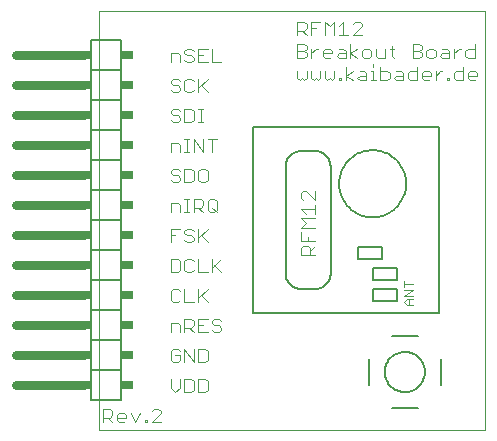
<source format=gto>
G75*
G70*
%OFA0B0*%
%FSLAX24Y24*%
%IPPOS*%
%LPD*%
%AMOC8*
5,1,8,0,0,1.08239X$1,22.5*
%
%ADD10C,0.0000*%
%ADD11C,0.0040*%
%ADD12C,0.0080*%
%ADD13C,0.0060*%
%ADD14C,0.0300*%
%ADD15R,0.0200X0.0300*%
%ADD16R,0.0400X0.0300*%
%ADD17C,0.0050*%
%ADD18C,0.0030*%
D10*
X003000Y002008D02*
X003000Y016004D01*
X015870Y016004D01*
X015870Y002008D01*
X003000Y002008D01*
D11*
X003145Y002278D02*
X003145Y002738D01*
X003375Y002738D01*
X003452Y002661D01*
X003452Y002508D01*
X003375Y002431D01*
X003145Y002431D01*
X003298Y002431D02*
X003452Y002278D01*
X003605Y002354D02*
X003605Y002508D01*
X003682Y002584D01*
X003836Y002584D01*
X003912Y002508D01*
X003912Y002431D01*
X003605Y002431D01*
X003605Y002354D02*
X003682Y002278D01*
X003836Y002278D01*
X004066Y002584D02*
X004219Y002278D01*
X004373Y002584D01*
X004526Y002354D02*
X004603Y002354D01*
X004603Y002278D01*
X004526Y002278D01*
X004526Y002354D01*
X004756Y002278D02*
X005063Y002584D01*
X005063Y002661D01*
X004987Y002738D01*
X004833Y002738D01*
X004756Y002661D01*
X004756Y002278D02*
X005063Y002278D01*
X005548Y003278D02*
X005702Y003431D01*
X005702Y003738D01*
X005855Y003738D02*
X006086Y003738D01*
X006162Y003661D01*
X006162Y003354D01*
X006086Y003278D01*
X005855Y003278D01*
X005855Y003738D01*
X005395Y003738D02*
X005395Y003431D01*
X005548Y003278D01*
X006316Y003278D02*
X006546Y003278D01*
X006623Y003354D01*
X006623Y003661D01*
X006546Y003738D01*
X006316Y003738D01*
X006316Y003278D01*
X006316Y004278D02*
X006546Y004278D01*
X006623Y004354D01*
X006623Y004661D01*
X006546Y004738D01*
X006316Y004738D01*
X006316Y004278D01*
X006162Y004278D02*
X006162Y004738D01*
X005855Y004738D02*
X006162Y004278D01*
X005855Y004278D02*
X005855Y004738D01*
X005702Y004661D02*
X005625Y004738D01*
X005472Y004738D01*
X005395Y004661D01*
X005395Y004354D01*
X005472Y004278D01*
X005625Y004278D01*
X005702Y004354D01*
X005702Y004508D01*
X005548Y004508D01*
X005395Y005278D02*
X005395Y005584D01*
X005625Y005584D01*
X005702Y005508D01*
X005702Y005278D01*
X005855Y005278D02*
X005855Y005738D01*
X006086Y005738D01*
X006162Y005661D01*
X006162Y005508D01*
X006086Y005431D01*
X005855Y005431D01*
X006009Y005431D02*
X006162Y005278D01*
X006316Y005278D02*
X006623Y005278D01*
X006776Y005354D02*
X006853Y005278D01*
X007006Y005278D01*
X007083Y005354D01*
X007083Y005431D01*
X007006Y005508D01*
X006853Y005508D01*
X006776Y005584D01*
X006776Y005661D01*
X006853Y005738D01*
X007006Y005738D01*
X007083Y005661D01*
X006623Y005738D02*
X006316Y005738D01*
X006316Y005278D01*
X006316Y005508D02*
X006469Y005508D01*
X006316Y006278D02*
X006316Y006738D01*
X006393Y006508D02*
X006623Y006278D01*
X006316Y006431D02*
X006623Y006738D01*
X006623Y007278D02*
X006316Y007278D01*
X006316Y007738D01*
X006162Y007661D02*
X006086Y007738D01*
X005932Y007738D01*
X005855Y007661D01*
X005855Y007354D01*
X005932Y007278D01*
X006086Y007278D01*
X006162Y007354D01*
X005702Y007354D02*
X005702Y007661D01*
X005625Y007738D01*
X005395Y007738D01*
X005395Y007278D01*
X005625Y007278D01*
X005702Y007354D01*
X005625Y006738D02*
X005472Y006738D01*
X005395Y006661D01*
X005395Y006354D01*
X005472Y006278D01*
X005625Y006278D01*
X005702Y006354D01*
X005855Y006278D02*
X006162Y006278D01*
X005855Y006278D02*
X005855Y006738D01*
X005702Y006661D02*
X005625Y006738D01*
X006776Y007278D02*
X006776Y007738D01*
X006853Y007508D02*
X007083Y007278D01*
X006776Y007431D02*
X007083Y007738D01*
X006623Y008278D02*
X006393Y008508D01*
X006316Y008431D02*
X006623Y008738D01*
X006316Y008738D02*
X006316Y008278D01*
X006162Y008354D02*
X006162Y008431D01*
X006086Y008508D01*
X005932Y008508D01*
X005855Y008584D01*
X005855Y008661D01*
X005932Y008738D01*
X006086Y008738D01*
X006162Y008661D01*
X006162Y008354D02*
X006086Y008278D01*
X005932Y008278D01*
X005855Y008354D01*
X005548Y008508D02*
X005395Y008508D01*
X005395Y008278D02*
X005395Y008738D01*
X005702Y008738D01*
X005702Y009278D02*
X005702Y009508D01*
X005625Y009584D01*
X005395Y009584D01*
X005395Y009278D01*
X005855Y009278D02*
X006009Y009278D01*
X005932Y009278D02*
X005932Y009738D01*
X005855Y009738D02*
X006009Y009738D01*
X006162Y009738D02*
X006393Y009738D01*
X006469Y009661D01*
X006469Y009508D01*
X006393Y009431D01*
X006162Y009431D01*
X006162Y009278D02*
X006162Y009738D01*
X006316Y009431D02*
X006469Y009278D01*
X006623Y009354D02*
X006699Y009278D01*
X006853Y009278D01*
X006930Y009354D01*
X006930Y009661D01*
X006853Y009738D01*
X006699Y009738D01*
X006623Y009661D01*
X006623Y009354D01*
X006776Y009431D02*
X006930Y009278D01*
X006546Y010278D02*
X006393Y010278D01*
X006316Y010354D01*
X006316Y010661D01*
X006393Y010738D01*
X006546Y010738D01*
X006623Y010661D01*
X006623Y010354D01*
X006546Y010278D01*
X006162Y010354D02*
X006162Y010661D01*
X006086Y010738D01*
X005855Y010738D01*
X005855Y010278D01*
X006086Y010278D01*
X006162Y010354D01*
X005702Y010354D02*
X005625Y010278D01*
X005472Y010278D01*
X005395Y010354D01*
X005472Y010508D02*
X005625Y010508D01*
X005702Y010431D01*
X005702Y010354D01*
X005472Y010508D02*
X005395Y010584D01*
X005395Y010661D01*
X005472Y010738D01*
X005625Y010738D01*
X005702Y010661D01*
X005702Y011278D02*
X005702Y011508D01*
X005625Y011584D01*
X005395Y011584D01*
X005395Y011278D01*
X005855Y011278D02*
X006009Y011278D01*
X005932Y011278D02*
X005932Y011738D01*
X005855Y011738D02*
X006009Y011738D01*
X006162Y011738D02*
X006469Y011278D01*
X006469Y011738D01*
X006623Y011738D02*
X006930Y011738D01*
X006776Y011738D02*
X006776Y011278D01*
X006162Y011278D02*
X006162Y011738D01*
X006086Y012278D02*
X005855Y012278D01*
X005855Y012738D01*
X006086Y012738D01*
X006162Y012661D01*
X006162Y012354D01*
X006086Y012278D01*
X006316Y012278D02*
X006469Y012278D01*
X006393Y012278D02*
X006393Y012738D01*
X006469Y012738D02*
X006316Y012738D01*
X006316Y013278D02*
X006316Y013738D01*
X006162Y013661D02*
X006086Y013738D01*
X005932Y013738D01*
X005855Y013661D01*
X005855Y013354D01*
X005932Y013278D01*
X006086Y013278D01*
X006162Y013354D01*
X006316Y013431D02*
X006623Y013738D01*
X006393Y013508D02*
X006623Y013278D01*
X005702Y013354D02*
X005625Y013278D01*
X005472Y013278D01*
X005395Y013354D01*
X005472Y013508D02*
X005625Y013508D01*
X005702Y013431D01*
X005702Y013354D01*
X005472Y013508D02*
X005395Y013584D01*
X005395Y013661D01*
X005472Y013738D01*
X005625Y013738D01*
X005702Y013661D01*
X005702Y014278D02*
X005702Y014508D01*
X005625Y014584D01*
X005395Y014584D01*
X005395Y014278D01*
X005855Y014354D02*
X005932Y014278D01*
X006086Y014278D01*
X006162Y014354D01*
X006162Y014431D01*
X006086Y014508D01*
X005932Y014508D01*
X005855Y014584D01*
X005855Y014661D01*
X005932Y014738D01*
X006086Y014738D01*
X006162Y014661D01*
X006316Y014738D02*
X006316Y014278D01*
X006623Y014278D01*
X006776Y014278D02*
X007083Y014278D01*
X006776Y014278D02*
X006776Y014738D01*
X006623Y014738D02*
X006316Y014738D01*
X006316Y014508D02*
X006469Y014508D01*
X005625Y012738D02*
X005472Y012738D01*
X005395Y012661D01*
X005395Y012584D01*
X005472Y012508D01*
X005625Y012508D01*
X005702Y012431D01*
X005702Y012354D01*
X005625Y012278D01*
X005472Y012278D01*
X005395Y012354D01*
X005702Y012661D02*
X005625Y012738D01*
X009620Y013754D02*
X009697Y013678D01*
X009773Y013754D01*
X009850Y013678D01*
X009927Y013754D01*
X009927Y013984D01*
X010080Y013984D02*
X010080Y013754D01*
X010157Y013678D01*
X010234Y013754D01*
X010311Y013678D01*
X010387Y013754D01*
X010387Y013984D01*
X010541Y013984D02*
X010541Y013754D01*
X010618Y013678D01*
X010694Y013754D01*
X010771Y013678D01*
X010848Y013754D01*
X010848Y013984D01*
X011001Y013754D02*
X011078Y013754D01*
X011078Y013678D01*
X011001Y013678D01*
X011001Y013754D01*
X011231Y013678D02*
X011231Y014138D01*
X011462Y013984D02*
X011231Y013831D01*
X011462Y013678D01*
X011615Y013754D02*
X011692Y013831D01*
X011922Y013831D01*
X011922Y013908D02*
X011922Y013678D01*
X011692Y013678D01*
X011615Y013754D01*
X011692Y013984D02*
X011845Y013984D01*
X011922Y013908D01*
X012075Y013984D02*
X012152Y013984D01*
X012152Y013678D01*
X012075Y013678D02*
X012229Y013678D01*
X012382Y013678D02*
X012613Y013678D01*
X012689Y013754D01*
X012689Y013908D01*
X012613Y013984D01*
X012382Y013984D01*
X012382Y014138D02*
X012382Y013678D01*
X012843Y013754D02*
X012919Y013831D01*
X013150Y013831D01*
X013150Y013908D02*
X013150Y013678D01*
X012919Y013678D01*
X012843Y013754D01*
X012919Y013984D02*
X013073Y013984D01*
X013150Y013908D01*
X013303Y013908D02*
X013303Y013754D01*
X013380Y013678D01*
X013610Y013678D01*
X013610Y014138D01*
X013610Y013984D02*
X013380Y013984D01*
X013303Y013908D01*
X013764Y013908D02*
X013764Y013754D01*
X013840Y013678D01*
X013994Y013678D01*
X014070Y013831D02*
X013764Y013831D01*
X013764Y013908D02*
X013840Y013984D01*
X013994Y013984D01*
X014070Y013908D01*
X014070Y013831D01*
X014224Y013831D02*
X014377Y013984D01*
X014454Y013984D01*
X014224Y013984D02*
X014224Y013678D01*
X014608Y013678D02*
X014684Y013678D01*
X014684Y013754D01*
X014608Y013754D01*
X014608Y013678D01*
X014838Y013754D02*
X014838Y013908D01*
X014915Y013984D01*
X015145Y013984D01*
X015145Y014138D02*
X015145Y013678D01*
X014915Y013678D01*
X014838Y013754D01*
X015298Y013754D02*
X015298Y013908D01*
X015375Y013984D01*
X015528Y013984D01*
X015605Y013908D01*
X015605Y013831D01*
X015298Y013831D01*
X015298Y013754D02*
X015375Y013678D01*
X015528Y013678D01*
X015528Y014428D02*
X015298Y014428D01*
X015221Y014504D01*
X015221Y014658D01*
X015298Y014734D01*
X015528Y014734D01*
X015528Y014888D02*
X015528Y014428D01*
X015068Y014734D02*
X014991Y014734D01*
X014838Y014581D01*
X014838Y014428D02*
X014838Y014734D01*
X014684Y014658D02*
X014684Y014428D01*
X014454Y014428D01*
X014377Y014504D01*
X014454Y014581D01*
X014684Y014581D01*
X014684Y014658D02*
X014608Y014734D01*
X014454Y014734D01*
X014224Y014658D02*
X014224Y014504D01*
X014147Y014428D01*
X013994Y014428D01*
X013917Y014504D01*
X013917Y014658D01*
X013994Y014734D01*
X014147Y014734D01*
X014224Y014658D01*
X013764Y014734D02*
X013687Y014658D01*
X013457Y014658D01*
X013687Y014658D02*
X013764Y014581D01*
X013764Y014504D01*
X013687Y014428D01*
X013457Y014428D01*
X013457Y014888D01*
X013687Y014888D01*
X013764Y014811D01*
X013764Y014734D01*
X012843Y014734D02*
X012689Y014734D01*
X012766Y014811D02*
X012766Y014504D01*
X012843Y014428D01*
X012536Y014428D02*
X012536Y014734D01*
X012536Y014428D02*
X012306Y014428D01*
X012229Y014504D01*
X012229Y014734D01*
X012075Y014658D02*
X011999Y014734D01*
X011845Y014734D01*
X011768Y014658D01*
X011768Y014504D01*
X011845Y014428D01*
X011999Y014428D01*
X012075Y014504D01*
X012075Y014658D01*
X012152Y014215D02*
X012152Y014138D01*
X011615Y014428D02*
X011385Y014581D01*
X011615Y014734D01*
X011385Y014888D02*
X011385Y014428D01*
X011231Y014428D02*
X011231Y014658D01*
X011155Y014734D01*
X011001Y014734D01*
X011001Y014581D02*
X011231Y014581D01*
X011231Y014428D02*
X011001Y014428D01*
X010924Y014504D01*
X011001Y014581D01*
X010771Y014581D02*
X010464Y014581D01*
X010464Y014658D02*
X010541Y014734D01*
X010694Y014734D01*
X010771Y014658D01*
X010771Y014581D01*
X010694Y014428D02*
X010541Y014428D01*
X010464Y014504D01*
X010464Y014658D01*
X010311Y014734D02*
X010234Y014734D01*
X010080Y014581D01*
X009927Y014581D02*
X009927Y014504D01*
X009850Y014428D01*
X009620Y014428D01*
X009620Y014888D01*
X009850Y014888D01*
X009927Y014811D01*
X009927Y014734D01*
X009850Y014658D01*
X009620Y014658D01*
X009850Y014658D02*
X009927Y014581D01*
X010080Y014428D02*
X010080Y014734D01*
X010080Y015178D02*
X010080Y015638D01*
X010387Y015638D01*
X010541Y015638D02*
X010694Y015484D01*
X010848Y015638D01*
X010848Y015178D01*
X011001Y015178D02*
X011308Y015178D01*
X011155Y015178D02*
X011155Y015638D01*
X011001Y015484D01*
X010541Y015638D02*
X010541Y015178D01*
X010234Y015408D02*
X010080Y015408D01*
X009927Y015408D02*
X009927Y015561D01*
X009850Y015638D01*
X009620Y015638D01*
X009620Y015178D01*
X009620Y015331D02*
X009850Y015331D01*
X009927Y015408D01*
X009773Y015331D02*
X009927Y015178D01*
X009620Y013984D02*
X009620Y013754D01*
X011462Y015178D02*
X011768Y015484D01*
X011768Y015561D01*
X011692Y015638D01*
X011538Y015638D01*
X011462Y015561D01*
X011462Y015178D02*
X011768Y015178D01*
X010205Y009999D02*
X010205Y009692D01*
X009898Y009999D01*
X009821Y009999D01*
X009745Y009922D01*
X009745Y009769D01*
X009821Y009692D01*
X009745Y009385D02*
X010205Y009385D01*
X010205Y009232D02*
X010205Y009539D01*
X009898Y009232D02*
X009745Y009385D01*
X009745Y009078D02*
X010205Y009078D01*
X010205Y008771D02*
X009745Y008771D01*
X009898Y008925D01*
X009745Y009078D01*
X009745Y008618D02*
X009745Y008311D01*
X010205Y008311D01*
X010205Y008157D02*
X010052Y008004D01*
X010052Y008081D02*
X010052Y007851D01*
X010205Y007851D02*
X009745Y007851D01*
X009745Y008081D01*
X009821Y008157D01*
X009975Y008157D01*
X010052Y008081D01*
X009975Y008311D02*
X009975Y008464D01*
D12*
X012767Y005168D02*
X013633Y005168D01*
X014411Y004391D02*
X014411Y003524D01*
X013633Y002747D02*
X012767Y002747D01*
X011989Y003524D02*
X011989Y004391D01*
X012531Y003958D02*
X012533Y004009D01*
X012539Y004060D01*
X012549Y004110D01*
X012562Y004160D01*
X012580Y004208D01*
X012600Y004255D01*
X012625Y004300D01*
X012653Y004343D01*
X012684Y004384D01*
X012718Y004422D01*
X012755Y004457D01*
X012794Y004490D01*
X012836Y004520D01*
X012880Y004546D01*
X012926Y004568D01*
X012974Y004588D01*
X013023Y004603D01*
X013073Y004615D01*
X013123Y004623D01*
X013174Y004627D01*
X013226Y004627D01*
X013277Y004623D01*
X013327Y004615D01*
X013377Y004603D01*
X013426Y004588D01*
X013474Y004568D01*
X013520Y004546D01*
X013564Y004520D01*
X013606Y004490D01*
X013645Y004457D01*
X013682Y004422D01*
X013716Y004384D01*
X013747Y004343D01*
X013775Y004300D01*
X013800Y004255D01*
X013820Y004208D01*
X013838Y004160D01*
X013851Y004110D01*
X013861Y004060D01*
X013867Y004009D01*
X013869Y003958D01*
X013867Y003907D01*
X013861Y003856D01*
X013851Y003806D01*
X013838Y003756D01*
X013820Y003708D01*
X013800Y003661D01*
X013775Y003616D01*
X013747Y003573D01*
X013716Y003532D01*
X013682Y003494D01*
X013645Y003459D01*
X013606Y003426D01*
X013564Y003396D01*
X013520Y003370D01*
X013474Y003348D01*
X013426Y003328D01*
X013377Y003313D01*
X013327Y003301D01*
X013277Y003293D01*
X013226Y003289D01*
X013174Y003289D01*
X013123Y003293D01*
X013073Y003301D01*
X013023Y003313D01*
X012974Y003328D01*
X012926Y003348D01*
X012880Y003370D01*
X012836Y003396D01*
X012794Y003426D01*
X012755Y003459D01*
X012718Y003494D01*
X012684Y003532D01*
X012653Y003573D01*
X012625Y003616D01*
X012600Y003661D01*
X012580Y003708D01*
X012562Y003756D01*
X012549Y003806D01*
X012539Y003856D01*
X012533Y003907D01*
X012531Y003958D01*
D13*
X003750Y004008D02*
X003750Y003008D01*
X002750Y003008D01*
X002750Y004008D01*
X002750Y005008D01*
X002750Y006008D01*
X002750Y007008D01*
X002750Y008008D01*
X002750Y009008D01*
X002750Y010008D01*
X002750Y011008D01*
X002750Y012008D01*
X002750Y013008D01*
X002750Y014008D01*
X002750Y015008D01*
X003750Y015008D01*
X003750Y014008D01*
X002750Y014008D01*
X002750Y013008D02*
X003750Y013008D01*
X003750Y014008D01*
X003750Y013008D02*
X003750Y012008D01*
X002750Y012008D01*
X002750Y011008D02*
X003750Y011008D01*
X003750Y012008D01*
X003750Y011008D02*
X003750Y010008D01*
X002750Y010008D01*
X002750Y009008D02*
X003750Y009008D01*
X003750Y010008D01*
X003750Y009008D02*
X003750Y008008D01*
X002750Y008008D01*
X002750Y007008D02*
X003750Y007008D01*
X003750Y008008D01*
X003750Y007008D02*
X003750Y006008D01*
X002750Y006008D01*
X003750Y006008D02*
X003750Y005008D01*
X002750Y005008D01*
X002750Y004008D02*
X003750Y004008D01*
X003750Y005008D01*
D14*
X002500Y005508D02*
X000250Y005508D01*
X000250Y006508D02*
X002500Y006508D01*
X002500Y007508D02*
X000250Y007508D01*
X000250Y008508D02*
X002500Y008508D01*
X002500Y009508D02*
X000250Y009508D01*
X000250Y010508D02*
X002500Y010508D01*
X002500Y011508D02*
X000250Y011508D01*
X000250Y012508D02*
X002500Y012508D01*
X002500Y013508D02*
X000250Y013508D01*
X000250Y014508D02*
X002500Y014508D01*
X002500Y004508D02*
X000250Y004508D01*
X000250Y003508D02*
X002500Y003508D01*
D15*
X002650Y003508D03*
X002650Y004508D03*
X002650Y005508D03*
X002650Y006508D03*
X002650Y007508D03*
X002650Y008508D03*
X002650Y009508D03*
X002650Y010508D03*
X002650Y011508D03*
X002650Y012508D03*
X002650Y013508D03*
X002650Y014508D03*
D16*
X003950Y014508D03*
X003950Y013508D03*
X003950Y012508D03*
X003950Y011508D03*
X003950Y010508D03*
X003950Y009508D03*
X003950Y008508D03*
X003950Y007508D03*
X003950Y006508D03*
X003950Y005508D03*
X003950Y004508D03*
X003950Y003508D03*
D17*
X008125Y005933D02*
X014325Y005933D01*
X014325Y012133D01*
X008125Y012133D01*
X008125Y005933D01*
X009225Y007233D02*
X009225Y010733D01*
X009223Y010779D01*
X009225Y010824D01*
X009230Y010870D01*
X009239Y010914D01*
X009251Y010958D01*
X009268Y011001D01*
X009287Y011042D01*
X009310Y011081D01*
X009337Y011119D01*
X009366Y011154D01*
X009398Y011186D01*
X009432Y011216D01*
X009469Y011243D01*
X009508Y011266D01*
X009549Y011287D01*
X009592Y011304D01*
X009635Y011317D01*
X009680Y011327D01*
X009725Y011333D01*
X010225Y011333D01*
X010270Y011327D01*
X010315Y011317D01*
X010358Y011304D01*
X010401Y011287D01*
X010442Y011266D01*
X010481Y011243D01*
X010518Y011216D01*
X010552Y011186D01*
X010584Y011154D01*
X010613Y011119D01*
X010640Y011081D01*
X010663Y011042D01*
X010682Y011001D01*
X010699Y010958D01*
X010711Y010914D01*
X010720Y010870D01*
X010725Y010824D01*
X010727Y010779D01*
X010725Y010733D01*
X010725Y007233D01*
X010723Y007189D01*
X010717Y007146D01*
X010708Y007104D01*
X010695Y007062D01*
X010678Y007022D01*
X010658Y006983D01*
X010635Y006946D01*
X010608Y006912D01*
X010579Y006879D01*
X010546Y006850D01*
X010512Y006823D01*
X010475Y006800D01*
X010436Y006780D01*
X010396Y006763D01*
X010354Y006750D01*
X010312Y006741D01*
X010269Y006735D01*
X010225Y006733D01*
X009725Y006733D01*
X009681Y006735D01*
X009638Y006741D01*
X009596Y006750D01*
X009554Y006763D01*
X009514Y006780D01*
X009475Y006800D01*
X009438Y006823D01*
X009404Y006850D01*
X009371Y006879D01*
X009342Y006912D01*
X009315Y006946D01*
X009292Y006983D01*
X009272Y007022D01*
X009255Y007062D01*
X009242Y007104D01*
X009233Y007146D01*
X009227Y007189D01*
X009225Y007233D01*
X011625Y007733D02*
X012425Y007733D01*
X012425Y008133D01*
X011625Y008133D01*
X011625Y007733D01*
X012125Y007433D02*
X012125Y007033D01*
X012925Y007033D01*
X012925Y007433D01*
X012125Y007433D01*
X012125Y006733D02*
X012125Y006333D01*
X012925Y006333D01*
X012925Y006733D01*
X012125Y006733D01*
X011007Y010233D02*
X011009Y010299D01*
X011015Y010365D01*
X011025Y010431D01*
X011038Y010496D01*
X011056Y010560D01*
X011077Y010622D01*
X011102Y010684D01*
X011130Y010744D01*
X011162Y010802D01*
X011198Y010858D01*
X011236Y010911D01*
X011278Y010963D01*
X011323Y011012D01*
X011370Y011058D01*
X011421Y011101D01*
X011473Y011141D01*
X011528Y011178D01*
X011585Y011212D01*
X011644Y011242D01*
X011705Y011269D01*
X011767Y011292D01*
X011830Y011311D01*
X011895Y011327D01*
X011960Y011339D01*
X012026Y011347D01*
X012092Y011351D01*
X012158Y011351D01*
X012224Y011347D01*
X012290Y011339D01*
X012355Y011327D01*
X012420Y011311D01*
X012483Y011292D01*
X012545Y011269D01*
X012606Y011242D01*
X012665Y011212D01*
X012722Y011178D01*
X012777Y011141D01*
X012829Y011101D01*
X012880Y011058D01*
X012927Y011012D01*
X012972Y010963D01*
X013014Y010911D01*
X013052Y010858D01*
X013088Y010802D01*
X013120Y010744D01*
X013148Y010684D01*
X013173Y010622D01*
X013194Y010560D01*
X013212Y010496D01*
X013225Y010431D01*
X013235Y010365D01*
X013241Y010299D01*
X013243Y010233D01*
X013241Y010167D01*
X013235Y010101D01*
X013225Y010035D01*
X013212Y009970D01*
X013194Y009906D01*
X013173Y009844D01*
X013148Y009782D01*
X013120Y009722D01*
X013088Y009664D01*
X013052Y009608D01*
X013014Y009555D01*
X012972Y009503D01*
X012927Y009454D01*
X012880Y009408D01*
X012829Y009365D01*
X012777Y009325D01*
X012722Y009288D01*
X012665Y009254D01*
X012606Y009224D01*
X012545Y009197D01*
X012483Y009174D01*
X012420Y009155D01*
X012355Y009139D01*
X012290Y009127D01*
X012224Y009119D01*
X012158Y009115D01*
X012092Y009115D01*
X012026Y009119D01*
X011960Y009127D01*
X011895Y009139D01*
X011830Y009155D01*
X011767Y009174D01*
X011705Y009197D01*
X011644Y009224D01*
X011585Y009254D01*
X011528Y009288D01*
X011473Y009325D01*
X011421Y009365D01*
X011370Y009408D01*
X011323Y009454D01*
X011278Y009503D01*
X011236Y009555D01*
X011198Y009608D01*
X011162Y009664D01*
X011130Y009722D01*
X011102Y009782D01*
X011077Y009844D01*
X011056Y009906D01*
X011038Y009970D01*
X011025Y010035D01*
X011015Y010101D01*
X011009Y010167D01*
X011007Y010233D01*
D18*
X013180Y006988D02*
X013180Y006795D01*
X013180Y006892D02*
X013470Y006892D01*
X013470Y006694D02*
X013180Y006694D01*
X013180Y006500D02*
X013470Y006694D01*
X013470Y006500D02*
X013180Y006500D01*
X013277Y006399D02*
X013470Y006399D01*
X013325Y006399D02*
X013325Y006206D01*
X013277Y006206D02*
X013180Y006302D01*
X013277Y006399D01*
X013277Y006206D02*
X013470Y006206D01*
M02*

</source>
